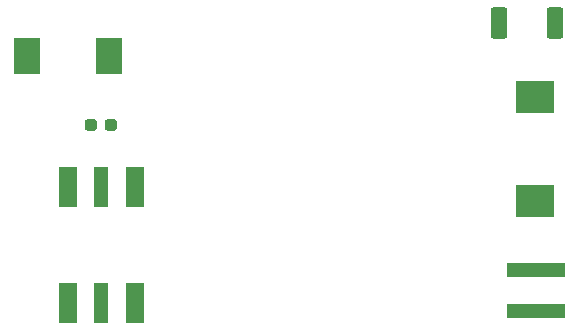
<source format=gtp>
G04 #@! TF.GenerationSoftware,KiCad,Pcbnew,(6.0.9-0)*
G04 #@! TF.CreationDate,2023-06-22T13:59:50-04:00*
G04 #@! TF.ProjectId,plucker_v03,706c7563-6b65-4725-9f76-30332e6b6963,rev?*
G04 #@! TF.SameCoordinates,Original*
G04 #@! TF.FileFunction,Paste,Top*
G04 #@! TF.FilePolarity,Positive*
%FSLAX46Y46*%
G04 Gerber Fmt 4.6, Leading zero omitted, Abs format (unit mm)*
G04 Created by KiCad (PCBNEW (6.0.9-0)) date 2023-06-22 13:59:50*
%MOMM*%
%LPD*%
G01*
G04 APERTURE LIST*
G04 Aperture macros list*
%AMRoundRect*
0 Rectangle with rounded corners*
0 $1 Rounding radius*
0 $2 $3 $4 $5 $6 $7 $8 $9 X,Y pos of 4 corners*
0 Add a 4 corners polygon primitive as box body*
4,1,4,$2,$3,$4,$5,$6,$7,$8,$9,$2,$3,0*
0 Add four circle primitives for the rounded corners*
1,1,$1+$1,$2,$3*
1,1,$1+$1,$4,$5*
1,1,$1+$1,$6,$7*
1,1,$1+$1,$8,$9*
0 Add four rect primitives between the rounded corners*
20,1,$1+$1,$2,$3,$4,$5,0*
20,1,$1+$1,$4,$5,$6,$7,0*
20,1,$1+$1,$6,$7,$8,$9,0*
20,1,$1+$1,$8,$9,$2,$3,0*%
G04 Aperture macros list end*
%ADD10RoundRect,0.237500X0.287500X0.237500X-0.287500X0.237500X-0.287500X-0.237500X0.287500X-0.237500X0*%
%ADD11R,1.620000X3.375000*%
%ADD12R,1.200000X3.375000*%
%ADD13R,2.200000X3.150000*%
%ADD14R,3.200000X2.750000*%
%ADD15RoundRect,0.249999X0.450001X1.075001X-0.450001X1.075001X-0.450001X-1.075001X0.450001X-1.075001X0*%
%ADD16R,5.000000X1.300000*%
G04 APERTURE END LIST*
D10*
X124065000Y-98552000D03*
X122315000Y-98552000D03*
D11*
X120350000Y-113622000D03*
D12*
X123190000Y-113622000D03*
D11*
X126030000Y-113622000D03*
X126030000Y-103802000D03*
D12*
X123190000Y-103802000D03*
D11*
X120350000Y-103802000D03*
D13*
X116896000Y-92710000D03*
X123896000Y-92710000D03*
D14*
X159893000Y-104984000D03*
X159893000Y-96184000D03*
D15*
X161658000Y-89916000D03*
X156858000Y-89916000D03*
D16*
X160020000Y-110772000D03*
X160020000Y-114272000D03*
M02*

</source>
